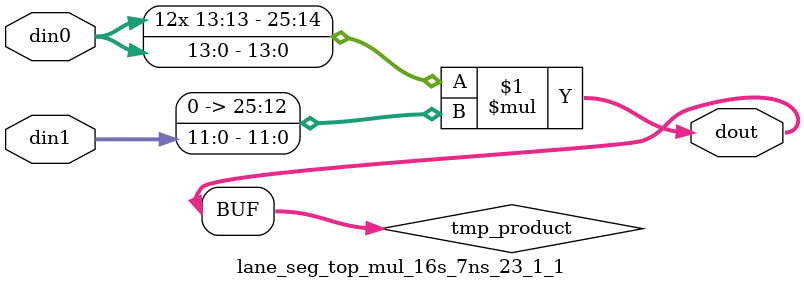
<source format=v>

`timescale 1 ns / 1 ps

  module lane_seg_top_mul_16s_7ns_23_1_1(din0, din1, dout);
parameter ID = 1;
parameter NUM_STAGE = 0;
parameter din0_WIDTH = 14;
parameter din1_WIDTH = 12;
parameter dout_WIDTH = 26;

input [din0_WIDTH - 1 : 0] din0; 
input [din1_WIDTH - 1 : 0] din1; 
output [dout_WIDTH - 1 : 0] dout;

wire signed [dout_WIDTH - 1 : 0] tmp_product;












assign tmp_product = $signed(din0) * $signed({1'b0, din1});









assign dout = tmp_product;







endmodule

</source>
